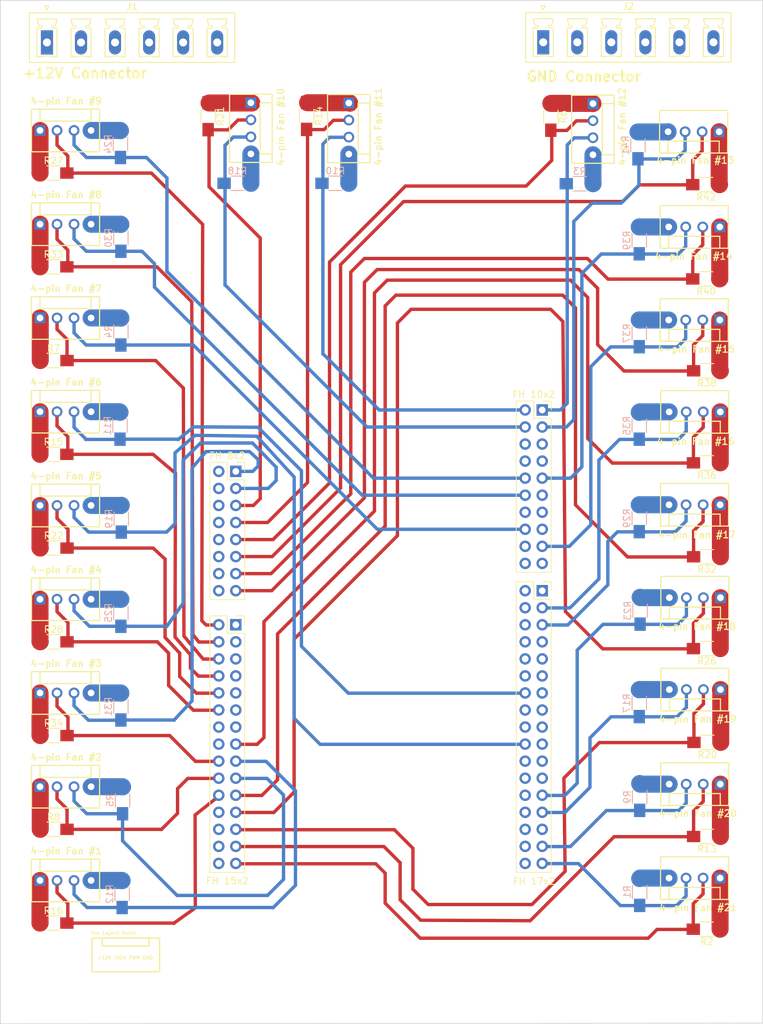
<source format=kicad_pcb>
(kicad_pcb (version 20221018) (generator pcbnew)
  (title_block (title "Fan Control Shield for Nucleo f4x9zi - 2.54mm pitch (KK 254)") (date "2018-01-29") (rev "1.0.0") (company "Chris Dougherty") (comment 1 "Author:"))
  (layers (0 "F.Cu" signal) (1 "In1.Cu" power "Power.plane.Cu") (2 "In2.Cu" power "Ground.plane.Cu") (31 "B.Cu" signal) (34 "B.Paste" user) (35 "F.Paste" user) (36 "B.SilkS" user "B.Silkscreen") (37 "F.SilkS" user "F.Silkscreen") (38 "B.Mask" user) (39 "F.Mask" user) (44 "Edge.Cuts" user))
  (net 0 "")
  (net 1 "GND")
  (net 2 "PWM1")
  (net 3 "TACH1")
  (net 4 "+12V")
  (net 5 "PWM10")
  (net 6 "TACH10")
  (net 7 "PWM15")
  (net 8 "TACH15")
  (net 9 "PWM20")
  (net 10 "TACH20")
  (net 11 "PWM2")
  (net 12 "TACH2")
  (net 13 "PWM11")
  (net 14 "TACH11")
  (net 15 "PWM16")
  (net 16 "TACH16")
  (net 17 "PWM21")
  (net 18 "TACH21")
  (net 19 "PWM3")
  (net 20 "TACH3")
  (net 21 "PWM12")
  (net 22 "TACH12")
  (net 23 "PWM17")
  (net 24 "TACH17")
  (net 25 "PWM4")
  (net 26 "TACH4")
  (net 27 "PWM13")
  (net 28 "TACH13")
  (net 29 "PWM18")
  (net 30 "TACH18")
  (net 31 "PWM5")
  (net 32 "TACH5")
  (net 33 "PWM14")
  (net 34 "TACH14")
  (net 35 "PWM19")
  (net 36 "TACH19")
  (net 37 "PWM6")
  (net 38 "TACH6")
  (net 39 "PWM7")
  (net 40 "TACH7")
  (net 41 "PWM8")
  (net 42 "TACH8")
  (net 43 "PWM9")
  (net 44 "TACH9")
  (net 45 "Net-(Header8x2_Female1-Pad1)")
  (net 46 "Net-(Header8x2_Female1-Pad3)")
  (net 47 "Net-(Header8x2_Female1-Pad5)")
  (net 48 "Net-(Header8x2_Female1-Pad7)")
  (net 49 "Net-(Header8x2_Female1-Pad9)")
  (net 50 "Net-(Header8x2_Female1-Pad13)")
  (net 51 "Net-(Header8x2_Female1-Pad15)")
  (net 52 "Net-(Header10x2_Female1-Pad5)")
  (net 53 "Net-(Header10x2_Female1-Pad6)")
  (net 54 "Net-(Header10x2_Female1-Pad7)")
  (net 55 "Net-(Header10x2_Female1-Pad12)")
  (net 56 "Net-(Header10x2_Female1-Pad13)")
  (net 57 "Net-(Header10x2_Female1-Pad14)")
  (net 58 "Net-(Header10x2_Female1-Pad16)")
  (net 59 "Net-(Header10x2_Female1-Pad17)")
  (net 60 "Net-(Header10x2_Female1-Pad19)")
  (net 61 "Net-(Header10x2_Female1-Pad20)")
  (net 62 "Net-(Header15x2_Female1-Pad2)")
  (net 63 "Net-(Header15x2_Female1-Pad4)")
  (net 64 "Net-(Header15x2_Female1-Pad6)")
  (net 65 "Net-(Header15x2_Female1-Pad8)")
  (net 66 "Net-(Header15x2_Female1-Pad10)")
  (net 67 "Net-(Header15x2_Female1-Pad12)")
  (net 68 "Net-(Header15x2_Female1-Pad13)")
  (net 69 "Net-(Header15x2_Female1-Pad14)")
  (net 70 "Net-(Header15x2_Female1-Pad15)")
  (net 71 "Net-(Header15x2_Female1-Pad25)")
  (net 72 "Net-(Header15x2_Female1-Pad27)")
  (net 73 "Net-(Header15x2_Female1-Pad29)")
  (net 74 "Net-(Header17x2_Female1-Pad1)")
  (net 75 "Net-(Header17x2_Female1-Pad2)")
  (net 76 "Net-(Header17x2_Female1-Pad3)")
  (net 77 "Net-(Header17x2_Female1-Pad5)")
  (net 78 "Net-(Header17x2_Female1-Pad7)")
  (net 79 "Net-(Header17x2_Female1-Pad8)")
  (net 80 "Net-(Header17x2_Female1-Pad9)")
  (net 81 "Net-(Header17x2_Female1-Pad10)")
  (net 82 "Net-(Header17x2_Female1-Pad11)")
  (net 83 "Net-(Header17x2_Female1-Pad12)")
  (net 84 "Net-(Header17x2_Female1-Pad14)")
  (net 85 "Net-(Header17x2_Female1-Pad15)")
  (net 86 "Net-(Header17x2_Female1-Pad16)")
  (net 87 "Net-(Header17x2_Female1-Pad17)")
  (net 88 "Net-(Header17x2_Female1-Pad18)")
  (net 89 "Net-(Header17x2_Female1-Pad20)")
  (net 90 "Net-(Header17x2_Female1-Pad21)")
  (net 91 "Net-(Header17x2_Female1-Pad23)")
  (net 92 "Net-(Header17x2_Female1-Pad24)")
  (net 93 "Net-(Header17x2_Female1-Pad25)")
  (net 94 "Net-(Header17x2_Female1-Pad27)")
  (net 95 "Net-(Header17x2_Female1-Pad29)")
  (net 96 "Net-(Header17x2_Female1-Pad30)")
  (net 97 "Net-(Header17x2_Female1-Pad31)")
  (net 98 "Net-(Header17x2_Female1-Pad33)")
  (footprint "conn-header:MOLEX-22-23-2041_nucleo" (layer "F.Cu") (at 135.8135 161.7934 180)
    (fp_text reference "4-pin Fan #21")
    (fp_text value "Fan_Connector" hide)
  )
  (footprint "conn-header:MOLEX-22-23-2041_nucleo" (layer "F.Cu") (at 120.6497 50.1985 -90)
    (fp_text reference "4-pin Fan #12")
    (fp_text value "Fan_Connector" hide)
  )
  (footprint "conn-header:MOLEX-22-23-2041_nucleo" (layer "F.Cu") (at 41.9605 78.329)
    (fp_text reference "4-pin Fan #7")
    (fp_text value "Fan_Connector" hide)
  )
  (footprint "conn-header:MOLEX-22-23-2041_nucleo" (layer "F.Cu") (at 41.9605 148.179)
    (fp_text reference "4-pin Fan #2")
    (fp_text value "Fan_Connector" hide)
  )
  (footprint "conn-header:MOLEX-22-23-2041_nucleo" (layer "F.Cu") (at 135.8389 147.798 180)
    (fp_text reference "4-pin Fan #20")
    (fp_text value "Fan_Connector" hide)
  )
  (footprint "conn-header:MOLEX-22-23-2041_nucleo" (layer "F.Cu") (at 84.2261 50.1096 -90)
    (fp_text reference "4-pin Fan #11")
    (fp_text value "Fan_Connector" hide)
  )
  (footprint "conn-header:MOLEX-22-23-2041_nucleo" (layer "F.Cu") (at 41.9605 92.299)
    (fp_text reference "4-pin Fan #6")
    (fp_text value "Fan_Connector" hide)
  )
  (footprint "conn-header:MOLEX-22-23-2041_nucleo" (layer "F.Cu") (at 41.9605 162.149)
    (fp_text reference "4-pin Fan #1")
    (fp_text value "Fan_Connector" hide)
  )
  (footprint "conn-header:MOLEX-22-23-2041_nucleo" (layer "F.Cu") (at 135.8643 133.701 180)
    (fp_text reference "4-pin Fan #19")
    (fp_text value "Fan_Connector" hide)
  )
  (footprint "conn-header:MOLEX-22-23-2041_nucleo" (layer "F.Cu") (at 69.6084 50.0715 -90)
    (fp_text reference "4-pin Fan #10")
    (fp_text value "Fan_Connector" hide)
  )
  (footprint "conn-header:MOLEX-22-23-2041_nucleo" (layer "F.Cu") (at 41.9605 106.269)
    (fp_text reference "4-pin Fan #5")
    (fp_text value "Fan_Connector" hide)
  )
  (footprint "conn-header:MOLEX-22-23-2041_nucleo" (layer "F.Cu") (at 135.8643 120.0104 180)
    (fp_text reference "4-pin Fan #18")
    (fp_text value "Fan_Connector" hide)
  )
  (footprint "conn-header:MOLEX-22-23-2041_nucleo" (layer "F.Cu") (at 41.9605 50.389)
    (fp_text reference "4-pin Fan #9 ")
    (fp_text value "Fan_Connector" hide)
  )
  (footprint "conn-header:MOLEX-22-23-2041_nucleo" (layer "F.Cu") (at 41.9605 120.239)
    (fp_text reference "4-pin Fan #4")
    (fp_text value "Fan_Connector" hide)
  )
  (footprint "conn-header:MOLEX-22-23-2041_nucleo" (layer "F.Cu") (at 135.8135 106.1674 180)
    (fp_text reference "4-pin Fan #17")
    (fp_text value "Fan_Connector" hide)
  )
  (footprint "conn-header:MOLEX-22-23-2041_nucleo" (layer "F.Cu") (at 41.9605 64.359)
    (fp_text reference "4-pin Fan #8")
    (fp_text value "Fan_Connector" hide)
  )
  (footprint "conn-header:MOLEX-22-23-2041_nucleo" (layer "F.Cu") (at 41.9605 134.209)
    (fp_text reference "4-pin Fan #3")
    (fp_text value "Fan_Connector" hide)
  )
  (footprint "conn-header:MOLEX-22-23-2041_nucleo" (layer "F.Cu") (at 135.8389 92.3244 180)
    (fp_text reference "4-pin Fan #16")
    (fp_text value "Fan_Connector" hide)
  )
  (footprint "conn-header:MOLEX-22-23-2041_nucleo" (layer "F.Cu") (at 135.7627 78.6338 180)
    (fp_text reference "4-pin Fan #15")
    (fp_text value "Fan_Connector" hide)
  )
  (footprint "conn-header:MOLEX-22-23-2041_nucleo" (layer "F.Cu") (at 135.7627 64.7654 180)
    (fp_text reference "4-pin Fan #14")
    (fp_text value "Fan_Connector" hide)
  )
  (footprint "conn-header:MOLEX-22-23-2041_nucleo" (layer "F.Cu") (at 135.6738 50.5795 180)
    (fp_text reference "4-pin Fan #13")
    (fp_text value "Fan_Connector" hide)
  )
  (footprint "Socket_Strips:Socket_Strip_Straight_2x08_Pitch2.54mm" (layer "F.Cu") (at 67.3605 101.189)
    (fp_text reference "FH 8x2")
    (fp_text value "NucleoZioCN8")
  )
  (footprint "Socket_Strips:Socket_Strip_Straight_2x10_Pitch2.54mm" (layer "F.Cu") (at 113.0805 92.03992)
    (fp_text reference "FH 10x2")
    (fp_text value "NucleoZioCN7")
  )
  (footprint "Socket_Strips:Socket_Strip_Straight_2x15_Pitch2.54mm" (layer "F.Cu") (at 67.3605 124.049)
    (fp_text reference "FH 15x2")
    (fp_text value "NucleoZioCN9")
  )
  (footprint "Socket_Strips:Socket_Strip_Straight_2x17_Pitch2.54mm" (layer "F.Cu") (at 113.0805 118.969)
    (fp_text reference "FH 17x2")
    (fp_text value "NucleoZioCN10")
  )
  (footprint "Resistors_SMD:R_1206_HandSoldering" (layer "F.Cu") (at 137.6169 169.4134 180)
    (fp_text reference "R2")
    (fp_text value "4.7K")
  )
  (footprint "Resistors_SMD:R_1206_HandSoldering" (layer "F.Cu") (at 114.3632 48.357 -90)
    (fp_text reference "R6")
    (fp_text value "4.7K")
  )
  (footprint "Resistors_SMD:R_1206_HandSoldering" (layer "F.Cu") (at 40.1825 84.679)
    (fp_text reference "R7")
    (fp_text value "4.7K")
  )
  (footprint "Resistors_SMD:R_1206_HandSoldering" (layer "F.Cu") (at 40.1825 154.529)
    (fp_text reference "R8")
    (fp_text value "4.7K")
  )
  (footprint "Resistors_SMD:R_1206_HandSoldering" (layer "F.Cu") (at 137.6677 155.5958 180)
    (fp_text reference "R13")
    (fp_text value "4.7K")
  )
  (footprint "Resistors_SMD:R_1206_HandSoldering" (layer "F.Cu") (at 77.9269 48.23 -90)
    (fp_text reference "R14")
    (fp_text value "4.7K")
  )
  (footprint "Resistors_SMD:R_1206_HandSoldering" (layer "F.Cu") (at 40.1571 98.649)
    (fp_text reference "R15")
    (fp_text value "4.7K")
  )
  (footprint "Resistors_SMD:R_1206_HandSoldering" (layer "F.Cu") (at 40.1571 168.499)
    (fp_text reference "R16")
    (fp_text value "4.7K")
  )
  (footprint "Resistors_SMD:R_1206_HandSoldering" (layer "F.Cu") (at 137.7185 141.575 180)
    (fp_text reference "R20")
    (fp_text value "4.7K")
  )
  (footprint "Resistors_SMD:R_1206_HandSoldering" (layer "F.Cu") (at 63.233 48.2681 -90)
    (fp_text reference "R21")
    (fp_text value "4.7K")
  )
  (footprint "Resistors_SMD:R_1206_HandSoldering" (layer "F.Cu") (at 40.1825 112.619)
    (fp_text reference "R22")
    (fp_text value "4.7K")
  )
  (footprint "Resistors_SMD:R_1206_HandSoldering" (layer "F.Cu") (at 137.6423 127.605 180)
    (fp_text reference "R26")
    (fp_text value "4.7K")
  )
  (footprint "Resistors_SMD:R_1206_HandSoldering" (layer "F.Cu") (at 40.1571 56.739)
    (fp_text reference "R27")
    (fp_text value "4.7K")
  )
  (footprint "Resistors_SMD:R_1206_HandSoldering" (layer "F.Cu") (at 40.1825 126.589)
    (fp_text reference "R28")
    (fp_text value "4.7K")
  )
  (footprint "Resistors_SMD:R_1206_HandSoldering" (layer "F.Cu") (at 137.6677 113.9144 180)
    (fp_text reference "R32")
    (fp_text value "4.7K")
  )
  (footprint "Resistors_SMD:R_1206_HandSoldering" (layer "F.Cu") (at 40.1571 70.709)
    (fp_text reference "R33")
    (fp_text value "4.7K")
  )
  (footprint "Resistors_SMD:R_1206_HandSoldering" (layer "F.Cu") (at 40.1825 140.559)
    (fp_text reference "R34")
    (fp_text value "4.7K")
  )
  (footprint "Resistors_SMD:R_1206_HandSoldering" (layer "F.Cu") (at 137.6423 99.919 180)
    (fp_text reference "R36")
    (fp_text value "4.7K")
  )
  (footprint "Resistors_SMD:R_1206_HandSoldering" (layer "F.Cu") (at 137.6677 86.203 180)
    (fp_text reference "R38")
    (fp_text value "4.7K")
  )
  (footprint "Resistors_SMD:R_1206_HandSoldering" (layer "F.Cu") (at 137.5407 72.5124 180)
    (fp_text reference "R40")
    (fp_text value "4.7K")
  )
  (footprint "Resistors_SMD:R_1206_HandSoldering" (layer "F.Cu") (at 137.5407 58.4662 180)
    (fp_text reference "R42")
    (fp_text value "4.7K")
  )
  (footprint "Connectors_Phoenix:PhoenixContact_MCV-G_06x5.08mm_Vertical" (layer "F.Cu") (at 39.186 37.276)
    (fp_text reference "J1")
    (fp_text value "CONN_01X06")
  )
  (footprint "Connectors_Phoenix:PhoenixContact_MCV-G_06x5.08mm_Vertical" (layer "F.Cu") (at 113.23 37.25)
    (fp_text reference "J2")
    (fp_text value "CONN_01X06")
  )
  (footprint "Resistors_SMD:R_1206_HandSoldering" (layer "B.Cu") (at 127.622 163.8635 -90)
    (fp_text reference "R1")
    (fp_text value "4.7K")
  )
  (footprint "Resistors_SMD:R_1206_HandSoldering" (layer "B.Cu") (at 118.6685 58.3265 180)
    (fp_text reference "R3")
    (fp_text value "4.7K")
  )
  (footprint "Resistors_SMD:R_1206_HandSoldering" (layer "B.Cu") (at 50.2155 80.361 -90)
    (fp_text reference "R4")
    (fp_text value "4.7K")
  )
  (footprint "Resistors_SMD:R_1206_HandSoldering" (layer "B.Cu") (at 50.4695 150.211 -90)
    (fp_text reference "R5")
    (fp_text value "4.7K")
  )
  (footprint "Resistors_SMD:R_1206_HandSoldering" (layer "B.Cu") (at 127.622 149.703 -90)
    (fp_text reference "R9")
    (fp_text value "4.7K")
  )
  (footprint "Resistors_SMD:R_1206_HandSoldering" (layer "B.Cu") (at 82.2195 58.263 180)
    (fp_text reference "R10")
    (fp_text value "4.7K")
  )
  (footprint "Resistors_SMD:R_1206_HandSoldering" (layer "B.Cu") (at 50.0885 94.3945 -90)
    (fp_text reference "R11")
    (fp_text value "4.7K")
  )
  (footprint "Resistors_SMD:R_1206_HandSoldering" (layer "B.Cu") (at 50.406 164.181 -90)
    (fp_text reference "R12")
    (fp_text value "4.7K")
  )
  (footprint "Resistors_SMD:R_1206_HandSoldering" (layer "B.Cu") (at 127.5585 135.733 -90)
    (fp_text reference "R17")
    (fp_text value "4.7K")
  )
  (footprint "Resistors_SMD:R_1206_HandSoldering" (layer "B.Cu") (at 67.6145 58.263 180)
    (fp_text reference "R18")
    (fp_text value "4.7K")
  )
  (footprint "Resistors_SMD:R_1206_HandSoldering" (layer "B.Cu") (at 50.279 108.2375 -90)
    (fp_text reference "R19")
    (fp_text value "4.7K")
  )
  (footprint "Resistors_SMD:R_1206_HandSoldering" (layer "B.Cu") (at 127.6855 121.9535 -90)
    (fp_text reference "R23")
    (fp_text value "4.7K")
  )
  (footprint "Resistors_SMD:R_1206_HandSoldering" (layer "B.Cu") (at 50.152 52.421 -90)
    (fp_text reference "R24")
    (fp_text value "4.7K")
  )
  (footprint "Resistors_SMD:R_1206_HandSoldering" (layer "B.Cu") (at 50.2155 122.271 -90)
    (fp_text reference "R25")
    (fp_text value "4.7K")
  )
  (footprint "Resistors_SMD:R_1206_HandSoldering" (layer "B.Cu") (at 127.5585 108.174 -90)
    (fp_text reference "R29")
    (fp_text value "4.7K")
  )
  (footprint "Resistors_SMD:R_1206_HandSoldering" (layer "B.Cu") (at 50.2155 66.391 -90)
    (fp_text reference "R30")
    (fp_text value "4.7K")
  )
  (footprint "Resistors_SMD:R_1206_HandSoldering" (layer "B.Cu") (at 50.2155 136.241 -90)
    (fp_text reference "R31")
    (fp_text value "4.7K")
  )
  (footprint "Resistors_SMD:R_1206_HandSoldering" (layer "B.Cu") (at 127.5585 94.3945 -90)
    (fp_text reference "R35")
    (fp_text value "4.7K")
  )
  (footprint "Resistors_SMD:R_1206_HandSoldering" (layer "B.Cu") (at 127.5585 80.615 -90)
    (fp_text reference "R37")
    (fp_text value "4.7K")
  )
  (footprint "Resistors_SMD:R_1206_HandSoldering" (layer "B.Cu") (at 127.5585 66.772 -90)
    (fp_text reference "R39")
    (fp_text value "4.7K")
  )
  (footprint "Resistors_SMD:R_1206_HandSoldering" (layer "B.Cu") (at 127.368 52.6115 -90)
    (fp_text reference "R41")
    (fp_text value "4.7K")
  )
  (gr_line (start 45.9005 170.733) (end 55.997 170.733) (stroke (width 0.2)) (layer "F.SilkS"))
  (gr_line (start 55.997 170.733) (end 55.997 175.7495) (stroke (width 0.2)) (layer "F.SilkS"))
  (gr_line (start 45.9005 175.7495) (end 55.997 175.7495) (stroke (width 0.2)) (layer "F.SilkS"))
  (gr_line (start 54.4095 171.9395) (end 54.4095 170.733) (stroke (width 0.2)) (layer "F.SilkS"))
  (gr_line (start 47.4245 171.9395) (end 54.4095 171.9395) (stroke (width 0.2)) (layer "F.SilkS"))
  (gr_line (start 47.4245 170.733) (end 47.4245 171.9395) (stroke (width 0.2)) (layer "F.SilkS"))
  (gr_line (start 45.9005 170.733) (end 45.9005 175.7495) (stroke (width 0.2)) (layer "F.SilkS"))
  (gr_line (start 32.23 31) (end 145.98 31) (stroke (width 0.1)) (layer "Edge.Cuts"))
  (gr_line (start 32.23 183.5) (end 145.98 183.4) (stroke (width 0.1)) (layer "Edge.Cuts"))
  (gr_line (start 145.98 183.4) (end 145.98 31) (stroke (width 0.1)) (layer "Edge.Cuts"))
  (gr_line (start 32.23 31) (end 32.23 183.5) (stroke (width 0.1)) (layer "Edge.Cuts"))
  (gr_text "Fan Layout Guide" (at 49.0755 169.971) (layer "F.SilkS") (effects (font (size 0.508 0.508) (thickness 0.1016) italic)))
  (gr_text "+12V Connector" (at 44.8375 41.848) (layer "F.SilkS") (effects (font (size 1.5 1.5) (thickness 0.3))))
  (gr_text "GND Connector" (at 119.2845 42.348) (layer "F.SilkS") (effects (font (size 1.5 1.5) (thickness 0.3))))
  (gr_text "+12V TACH PWM GND" (at 50.8535 173.654) (layer "F.SilkS") (effects (font (size 0.508 0.508) (thickness 0.1016))))
  (segment (start 50.1835 134.209) (end 50.2155 134.241) (width 2.54) (layer "B.Cu") (net 1))
  (segment (start 50.4375 148.179) (end 50.4695 148.211) (width 2.54) (layer "B.Cu") (net 1))
  (segment (start 50.374 162.149) (end 50.406 162.181) (width 2.54) (layer "B.Cu") (net 1))
  (segment (start 50.1835 120.239) (end 50.2155 120.271) (width 2.54) (layer "B.Cu") (net 1))
  (segment (start 50.2475 106.269) (end 50.279 106.2375) (width 2.54) (layer "B.Cu") (net 1))
  (segment (start 49.993 92.299) (end 50.0885 92.3945) (width 2.54) (layer "B.Cu") (net 1))
  (segment (start 50.1835 78.329) (end 50.2155 78.361) (width 2.54) (layer "B.Cu") (net 1))
  (segment (start 50.1835 64.359) (end 50.2155 64.391) (width 2.54) (layer "B.Cu") (net 1))
  (segment (start 50.12 50.389) (end 50.152 50.421) (width 2.54) (layer "B.Cu") (net 1))
  (segment (start 131.8318 50.6115) (end 131.8638 50.5795) (width 2.54) (layer "B.Cu") (net 1))
  (segment (start 127.5651 64.7654) (end 127.5585 64.772) (width 2.54) (layer "B.Cu") (net 1))
  (segment (start 127.5773 78.6338) (end 127.5585 78.615) (width 2.54) (layer "B.Cu") (net 1))
  (segment (start 127.6286 92.3244) (end 127.5585 92.3945) (width 2.54) (layer "B.Cu") (net 1))
  (segment (start 127.5651 106.1674) (end 127.5585 106.174) (width 2.54) (layer "B.Cu") (net 1))
  (segment (start 127.7424 120.0104) (end 127.6855 119.9535) (width 2.54) (layer "B.Cu") (net 1))
  (segment (start 127.5905 133.701) (end 127.5585 133.733) (width 2.54) (layer "B.Cu") (net 1))
  (segment (start 127.717 147.798) (end 127.622 147.703) (width 2.54) (layer "B.Cu") (net 1))
  (segment (start 127.6921 161.7934) (end 127.622 161.8635) (width 2.54) (layer "B.Cu") (net 1))
  (segment (start 69.6084 58.2569) (end 69.6145 58.263) (width 2.54) (layer "B.Cu") (net 1))
  (segment (start 84.2261 58.2564) (end 84.2195 58.263) (width 2.54) (layer "B.Cu") (net 1))
  (segment (start 120.6497 58.3077) (end 120.6685 58.3265) (width 2.54) (layer "B.Cu") (net 1))
  (segment (start 132.0289 92.3244) (end 127.6286 92.3244) (width 2.54) (layer "B.Cu") (net 1))
  (segment (start 132.0035 106.1674) (end 127.5651 106.1674) (width 2.54) (layer "B.Cu") (net 1))
  (segment (start 45.7705 50.389) (end 50.12 50.389) (width 2.54) (layer "B.Cu") (net 1))
  (segment (start 45.7705 134.209) (end 50.1835 134.209) (width 2.54) (layer "B.Cu") (net 1))
  (segment (start 132.0289 147.798) (end 127.717 147.798) (width 2.54) (layer "B.Cu") (net 1))
  (segment (start 132.0035 161.7934) (end 127.6921 161.7934) (width 2.54) (layer "B.Cu") (net 1))
  (segment (start 131.9527 78.6338) (end 127.5773 78.6338) (width 2.54) (layer "B.Cu") (net 1))
  (segment (start 127.368 50.6115) (end 131.8318 50.6115) (width 2.54) (layer "B.Cu") (net 1))
  (segment (start 132.0543 120.0104) (end 127.7424 120.0104) (width 2.54) (layer "B.Cu") (net 1))
  (segment (start 84.2261 53.9196) (end 84.2261 58.2564) (width 2.54) (layer "B.Cu") (net 1))
  (segment (start 45.7705 106.269) (end 50.2475 106.269) (width 2.54) (layer "B.Cu") (net 1))
  (segment (start 45.7705 64.359) (end 50.1835 64.359) (width 2.54) (layer "B.Cu") (net 1))
  (segment (start 45.7705 148.179) (end 50.4375 148.179) (width 2.54) (layer "B.Cu") (net 1))
  (segment (start 131.9527 64.7654) (end 127.5651 64.7654) (width 2.54) (layer "B.Cu") (net 1))
  (segment (start 45.7705 120.239) (end 50.1835 120.239) (width 2.54) (layer "B.Cu") (net 1))
  (segment (start 69.6084 53.8815) (end 69.6084 58.2569) (width 2.54) (layer "B.Cu") (net 1))
  (segment (start 45.7705 92.299) (end 49.993 92.299) (width 2.54) (layer "B.Cu") (net 1))
  (segment (start 45.7705 78.329) (end 50.1835 78.329) (width 2.54) (layer "B.Cu") (net 1))
  (segment (start 132.0543 133.701) (end 127.5905 133.701) (width 2.54) (layer "B.Cu") (net 1))
  (segment (start 120.6497 54.0085) (end 120.6497 58.3077) (width 2.54) (layer "B.Cu") (net 1))
  (segment (start 45.7705 162.149) (end 50.374 162.149) (width 2.54) (layer "B.Cu") (net 1))
  (segment (start 124.7455 165.8935) (end 118.491 159.639) (width 0.5) (layer "B.Cu") (net 2))
  (segment (start 118.491 159.639) (end 113.2205 159.639) (width 0.5) (layer "B.Cu") (net 2))
  (segment (start 134.5435 164.478) (end 133.128 165.8935) (width 0.5) (layer "B.Cu") (net 2))
  (segment (start 133.128 165.8935) (end 127.762 165.8935) (width 0.5) (layer "B.Cu") (net 2))
  (segment (start 127.762 165.8935) (end 124.7455 165.8935) (width 0.5) (layer "B.Cu") (net 2))
  (segment (start 134.5435 161.7934) (end 134.5435 164.478) (width 0.5) (layer "B.Cu") (net 2))
  (segment (start 89.6493 165.5318) (end 89.6493 161.0614) (width 0.5) (layer "F.Cu") (net 3))
  (segment (start 89.6493 161.0614) (end 88.2523 159.6644) (width 0.5) (layer "F.Cu") (net 3))
  (segment (start 135.7757 169.4246) (end 135.7569 169.4434) (width 0.5) (layer "F.Cu") (net 3))
  (segment (start 130.2131 169.4434) (end 128.905 170.7515) (width 0.5) (layer "F.Cu") (net 3))
  (segment (start 128.905 170.7515) (end 94.869 170.7515) (width 0.5) (layer "F.Cu") (net 3))
  (segment (start 94.869 170.7515) (end 89.6493 165.5318) (width 0.5) (layer "F.Cu") (net 3))
  (segment (start 67.5259 159.6644) (end 67.5005 159.639) (width 0.5) (layer "F.Cu") (net 3))
  (segment (start 137.0835 164.1465) (end 135.6169 165.6131) (width 0.5) (layer "F.Cu") (net 3))
  (segment (start 135.6169 165.6131) (end 135.6169 169.4134) (width 0.5) (layer "F.Cu") (net 3))
  (segment (start 137.0835 161.7934) (end 137.0835 164.1465) (width 0.5) (layer "F.Cu") (net 3))
  (segment (start 67.5259 159.6644) (end 88.2523 159.6644) (width 0.5) (layer "F.Cu") (net 3))
  (segment (start 130.2131 169.4434) (end 135.7569 169.4434) (width 0.5) (layer "F.Cu") (net 3))
  (segment (start 69.7418 46.2981) (end 69.7484 46.2915) (width 2.54) (layer "F.Cu") (net 4))
  (segment (start 84.2965 46.26) (end 84.3661 46.3296) (width 2.54) (layer "F.Cu") (net 4))
  (segment (start 38.1505 168.4924) (end 38.1571 168.499) (width 2.54) (layer "F.Cu") (net 4))
  (segment (start 38.1505 140.527) (end 38.1825 140.559) (width 2.54) (layer "F.Cu") (net 4))
  (segment (start 38.1505 126.557) (end 38.1825 126.589) (width 2.54) (layer "F.Cu") (net 4))
  (segment (start 38.1505 112.587) (end 38.1825 112.619) (width 2.54) (layer "F.Cu") (net 4))
  (segment (start 38.1505 98.6424) (end 38.1571 98.649) (width 2.54) (layer "F.Cu") (net 4))
  (segment (start 38.1505 70.7024) (end 38.1571 70.709) (width 2.54) (layer "F.Cu") (net 4))
  (segment (start 38.1505 56.7324) (end 38.1571 56.739) (width 2.54) (layer "F.Cu") (net 4))
  (segment (start 139.4838 58.4093) (end 139.5407 58.4662) (width 2.54) (layer "F.Cu") (net 4))
  (segment (start 139.5727 72.4804) (end 139.5407 72.5124) (width 2.54) (layer "F.Cu") (net 4))
  (segment (start 139.5727 86.108) (end 139.6677 86.203) (width 2.54) (layer "F.Cu") (net 4))
  (segment (start 139.6423 92.331) (end 139.6489 92.3244) (width 2.54) (layer "F.Cu") (net 4))
  (segment (start 139.6677 106.2116) (end 139.6235 106.1674) (width 2.54) (layer "F.Cu") (net 4))
  (segment (start 139.6423 120.0424) (end 139.6743 120.0104) (width 2.54) (layer "F.Cu") (net 4))
  (segment (start 139.7185 133.7452) (end 139.6743 133.701) (width 2.54) (layer "F.Cu") (net 4))
  (segment (start 139.6677 147.8168) (end 139.6489 147.798) (width 2.54) (layer "F.Cu") (net 4))
  (segment (start 139.6169 161.8) (end 139.6235 161.7934) (width 2.54) (layer "F.Cu") (net 4))
  (segment (start 38.1825 78.361) (end 38.1505 78.329) (width 2.54) (layer "F.Cu") (net 4))
  (segment (start 38.1825 148.211) (end 38.1505 148.179) (width 2.54) (layer "F.Cu") (net 4))
  (segment (start 120.6182 46.357) (end 120.6497 46.3885) (width 2.54) (layer "F.Cu") (net 4))
  (segment (start 139.6677 155.5958) (end 139.6677 147.8168) (width 2.54) (layer "F.Cu") (net 4))
  (segment (start 139.6677 113.9144) (end 139.6677 106.2116) (width 2.54) (layer "F.Cu") (net 4))
  (segment (start 38.1505 50.389) (end 38.1505 56.7324) (width 2.54) (layer "F.Cu") (net 4))
  (segment (start 38.1505 120.239) (end 38.1505 126.557) (width 2.54) (layer "F.Cu") (net 4))
  (segment (start 38.1505 92.299) (end 38.1505 98.6424) (width 2.54) (layer "F.Cu") (net 4))
  (segment (start 38.1505 134.209) (end 38.1505 140.527) (width 2.54) (layer "F.Cu") (net 4))
  (segment (start 63.373 46.2981) (end 69.7418 46.2981) (width 2.54) (layer "F.Cu") (net 4))
  (segment (start 139.7185 141.575) (end 139.7185 133.7452) (width 2.54) (layer "F.Cu") (net 4))
  (segment (start 38.1505 162.149) (end 38.1505 168.4924) (width 2.54) (layer "F.Cu") (net 4))
  (segment (start 38.1825 154.529) (end 38.1825 148.211) (width 2.54) (layer "F.Cu") (net 4))
  (segment (start 139.6169 169.4134) (end 139.6169 161.8) (width 2.54) (layer "F.Cu") (net 4))
  (segment (start 139.4838 50.5795) (end 139.4838 58.4093) (width 2.54) (layer "F.Cu") (net 4))
  (segment (start 139.5727 78.6338) (end 139.5727 86.108) (width 2.54) (layer "F.Cu") (net 4))
  (segment (start 78.0669 46.26) (end 84.2965 46.26) (width 2.54) (layer "F.Cu") (net 4))
  (segment (start 139.6423 127.605) (end 139.6423 120.0424) (width 2.54) (layer "F.Cu") (net 4))
  (segment (start 38.1825 84.679) (end 38.1825 78.361) (width 2.54) (layer "F.Cu") (net 4))
  (segment (start 139.5727 64.7654) (end 139.5727 72.4804) (width 2.54) (layer "F.Cu") (net 4))
  (segment (start 38.1505 106.269) (end 38.1505 112.587) (width 2.54) (layer "F.Cu") (net 4))
  (segment (start 114.3632 46.357) (end 120.6182 46.357) (width 2.54) (layer "F.Cu") (net 4))
  (segment (start 139.6423 99.919) (end 139.6423 92.331) (width 2.54) (layer "F.Cu") (net 4))
  (segment (start 38.1505 64.359) (end 38.1505 70.7024) (width 2.54) (layer "F.Cu") (net 4))
  (segment (start 116.8085 52.546) (end 117.856 51.4985) (width 0.5) (layer "B.Cu") (net 5))
  (segment (start 117.856 51.4985) (end 120.7897 51.4985) (width 0.5) (layer "B.Cu") (net 5))
  (segment (start 115.80008 92.03992) (end 116.8085 91.0315) (width 0.5) (layer "B.Cu") (net 5))
  (segment (start 116.8085 91.0315) (end 116.8085 88.741) (width 0.5) (layer "B.Cu") (net 5))
  (segment (start 116.8085 88.741) (end 116.8085 58.3565) (width 0.5) (layer "B.Cu") (net 5))
  (segment (start 113.0805 92.03992) (end 115.80008 92.03992) (width 0.5) (layer "B.Cu") (net 5))
  (segment (start 116.8085 58.3565) (end 116.8085 52.546) (width 0.5) (layer "B.Cu") (net 5))
  (segment (start 114.5098 50.3936) (end 114.5032 50.387) (width 0.5) (layer "F.Cu") (net 6))
  (segment (start 81.3435 70.0024) (end 81.3435 102.9265) (width 0.5) (layer "F.Cu") (net 6))
  (segment (start 110.6805 58.674) (end 92.6719 58.674) (width 0.5) (layer "F.Cu") (net 6))
  (segment (start 92.6719 58.674) (end 81.3435 70.0024) (width 0.5) (layer "F.Cu") (net 6))
  (segment (start 114.5032 54.8513) (end 110.6805 58.674) (width 0.5) (layer "F.Cu") (net 6))
  (segment (start 118.1735 48.9585) (end 116.745 50.387) (width 0.5) (layer "F.Cu") (net 6))
  (segment (start 116.745 50.387) (end 114.5032 50.387) (width 0.5) (layer "F.Cu") (net 6))
  (segment (start 72.921 111.349) (end 81.3435 102.9265) (width 0.5) (layer "F.Cu") (net 6))
  (segment (start 81.3435 102.9265) (end 81.3435 102.9462) (width 0.5) (layer "F.Cu") (net 6))
  (segment (start 120.7897 48.9585) (end 118.1735 48.9585) (width 0.5) (layer "F.Cu") (net 6))
  (segment (start 67.3605 111.349) (end 72.921 111.349) (width 0.5) (layer "F.Cu") (net 6))
  (segment (start 114.5032 54.8513) (end 114.5032 50.387) (width 0.5) (layer "F.Cu") (net 6))
  (segment (start 88.47992 109.81992) (end 61.051 82.391) (width 0.5) (layer "B.Cu") (net 7))
  (segment (start 61.051 82.391) (end 61.055 82.391) (width 0.5) (layer "B.Cu") (net 7))
  (segment (start 43.2305 80.5605) (end 45.031 82.361) (width 0.5) (layer "B.Cu") (net 7))
  (segment (start 45.031 82.361) (end 50.2155 82.361) (width 0.5) (layer "B.Cu") (net 7))
  (segment (start 61.021 82.361) (end 61.051 82.391) (width 0.5) (layer "B.Cu") (net 7))
  (segment (start 110.5405 109.81992) (end 88.47992 109.81992) (width 0.5) (layer "B.Cu") (net 7))
  (segment (start 43.2305 78.329) (end 43.2305 80.5605) (width 0.5) (layer "B.Cu") (net 7))
  (segment (start 50.2155 82.361) (end 61.021 82.361) (width 0.5) (layer "B.Cu") (net 7))
  (segment (start 42.3545 84.677) (end 42.3225 84.709) (width 0.5) (layer "F.Cu") (net 8))
  (segment (start 55.4355 84.709) (end 59.5376 88.7857) (width 0.5) (layer "F.Cu") (net 8))
  (segment (start 59.5376 88.7857) (end 59.6265 125.729847) (width 0.5) (layer "F.Cu") (net 8))
  (segment (start 59.6265 125.73) (end 62.484 129.159) (width 0.5) (layer "F.Cu") (net 8))
  (segment (start 62.484 129.159) (end 64.9605 129.159) (width 0.5) (layer "F.Cu") (net 8))
  (segment (start 40.6905 80.0205) (end 42.1825 81.5125) (width 0.5) (layer "F.Cu") (net 8))
  (segment (start 42.1825 81.5125) (end 42.1825 84.679) (width 0.5) (layer "F.Cu") (net 8))
  (segment (start 55.4055 84.679) (end 55.4355 84.709) (width 0.5) (layer "F.Cu") (net 8))
  (segment (start 59.6265 125.729847) (end 59.6265 125.73) (width 0.5) (layer "F.Cu") (net 8))
  (segment (start 42.1825 84.679) (end 55.4055 84.679) (width 0.5) (layer "F.Cu") (net 8))
  (segment (start 40.6905 78.329) (end 40.6905 80.0205) (width 0.5) (layer "F.Cu") (net 8))
  (segment (start 72.211 103.729) (end 73.38 102.56) (width 0.5) (layer "B.Cu") (net 9))
  (segment (start 73.38 102.56) (end 73.38 100.567831) (width 0.5) (layer "B.Cu") (net 9))
  (segment (start 73.38 100.567831) (end 73.395363 100.583513) (width 0.5) (layer "B.Cu") (net 9))
  (segment (start 43.2305 121.9805) (end 45.521 124.271) (width 0.5) (layer "B.Cu") (net 9))
  (segment (start 45.521 124.271) (end 50.2155 124.271) (width 0.5) (layer "B.Cu") (net 9))
  (segment (start 57.076192 124.271) (end 57.055 124.292192) (width 0.5) (layer "B.Cu") (net 9))
  (segment (start 57.055 124.292192) (end 57.055 124.301) (width 0.5) (layer "B.Cu") (net 9))
  (segment (start 62.103 96.9645) (end 69.85 96.9645) (width 0.5) (layer "B.Cu") (net 9))
  (segment (start 59.4995 99.5045) (end 62.103 96.9645) (width 0.5) (layer "B.Cu") (net 9))
  (segment (start 50.2155 124.271) (end 57.076192 124.271) (width 0.5) (layer "B.Cu") (net 9))
  (segment (start 59.4995 120.8405) (end 59.4995 99.5045) (width 0.5) (layer "B.Cu") (net 9))
  (segment (start 69.85 96.9645) (end 73.38 100.567831) (width 0.5) (layer "B.Cu") (net 9))
  (segment (start 43.2305 120.239) (end 43.2305 121.9805) (width 0.5) (layer "B.Cu") (net 9))
  (segment (start 57.055 124.301) (end 59.4995 120.8405) (width 0.5) (layer "B.Cu") (net 9))
  (segment (start 67.3605 103.729) (end 72.211 103.729) (width 0.5) (layer "B.Cu") (net 9))
  (segment (start 56.261 154.559) (end 58.674 152.146) (width 0.5) (layer "F.Cu") (net 10))
  (segment (start 58.674 152.146) (end 58.674 148.463) (width 0.5) (layer "F.Cu") (net 10))
  (segment (start 58.674 148.463) (end 60.198 146.939) (width 0.5) (layer "F.Cu") (net 10))
  (segment (start 60.198 146.939) (end 64.9605 146.939) (width 0.5) (layer "F.Cu") (net 10))
  (segment (start 40.6905 150.0205) (end 42.1825 151.5125) (width 0.5) (layer "F.Cu") (net 10))
  (segment (start 42.1825 151.5125) (end 42.1825 154.529) (width 0.5) (layer "F.Cu") (net 10))
  (segment (start 56.291 154.529) (end 56.261 154.559) (width 0.5) (layer "F.Cu") (net 10))
  (segment (start 40.6905 148.179) (end 40.6905 150.0205) (width 0.5) (layer "F.Cu") (net 10))
  (segment (start 40.8305 148.209) (end 40.7035 148.209) (width 0.25) (layer "F.Cu") (net 10))
  (segment (start 42.1825 154.529) (end 56.291 154.529) (width 0.5) (layer "F.Cu") (net 10))
  (segment (start 122.6505 151.733) (end 117.2845 157.099) (width 0.5) (layer "B.Cu") (net 11))
  (segment (start 117.2845 157.099) (end 113.2205 157.099) (width 0.5) (layer "B.Cu") (net 11))
  (segment (start 134.5689 150.6096) (end 133.4455 151.733) (width 0.5) (layer "B.Cu") (net 11))
  (segment (start 133.4455 151.733) (end 127.762 151.733) (width 0.5) (layer "B.Cu") (net 11))
  (segment (start 134.5689 147.798) (end 134.5689 150.6096) (width 0.5) (layer "B.Cu") (net 11))
  (segment (start 127.762 151.733) (end 122.6505 151.733) (width 0.5) (layer "B.Cu") (net 11))
  (segment (start 111.2901 168.148) (end 94.9325 168.0718) (width 0.5) (layer "F.Cu") (net 12))
  (segment (start 94.9325 168.0718) (end 91.8845 165.0238) (width 0.5) (layer "F.Cu") (net 12))
  (segment (start 91.8845 165.0238) (end 91.8845 159.512) (width 0.5) (layer "F.Cu") (net 12))
  (segment (start 91.8845 159.512) (end 89.4715 157.099) (width 0.5) (layer "F.Cu") (net 12))
  (segment (start 123.8123 155.6258) (end 111.2901 168.148) (width 0.5) (layer "F.Cu") (net 12))
  (segment (start 137.1089 150.3711) (end 135.6677 151.8123) (width 0.5) (layer "F.Cu") (net 12))
  (segment (start 135.6677 151.8123) (end 135.6677 155.5958) (width 0.5) (layer "F.Cu") (net 12))
  (segment (start 137.1089 147.798) (end 137.1089 150.3711) (width 0.5) (layer "F.Cu") (net 12))
  (segment (start 89.4715 157.099) (end 67.5005 157.099) (width 0.5) (layer "F.Cu") (net 12))
  (segment (start 135.8077 155.6258) (end 123.8123 155.6258) (width 0.5) (layer "F.Cu") (net 12))
  (segment (start 80.3595 52.419) (end 81.3689 51.4096) (width 0.5) (layer "B.Cu") (net 13))
  (segment (start 81.3689 51.4096) (end 84.3661 51.4096) (width 0.5) (layer "B.Cu") (net 13))
  (segment (start 88.73992 92.03992) (end 80.3595 83.6595) (width 0.5) (layer "B.Cu") (net 13))
  (segment (start 80.3595 83.6595) (end 80.3595 83.725) (width 0.5) (layer "B.Cu") (net 13))
  (segment (start 80.3595 58.293) (end 80.3595 52.419) (width 0.5) (layer "B.Cu") (net 13))
  (segment (start 110.5405 92.03992) (end 88.73992 92.03992) (width 0.5) (layer "B.Cu") (net 13))
  (segment (start 80.3595 58.293) (end 80.3595 83.6595) (width 0.5) (layer "B.Cu") (net 13))
  (segment (start 78.0735 50.2666) (end 78.0669 50.26) (width 0.5) (layer "F.Cu") (net 14))
  (segment (start 67.564 109.0295) (end 67.5005 109.093) (width 0.5) (layer "F.Cu") (net 14))
  (segment (start 81.9404 48.8696) (end 80.55 50.26) (width 0.5) (layer "F.Cu") (net 14))
  (segment (start 80.55 50.26) (end 78.0669 50.26) (width 0.5) (layer "F.Cu") (net 14))
  (segment (start 72.1025 108.809) (end 78.0669 102.8446) (width 0.5) (layer "F.Cu") (net 14))
  (segment (start 67.3605 108.809) (end 72.1025 108.809) (width 0.5) (layer "F.Cu") (net 14))
  (segment (start 84.3661 48.8696) (end 81.9404 48.8696) (width 0.5) (layer "F.Cu") (net 14))
  (segment (start 78.0669 102.8446) (end 78.0669 50.26) (width 0.5) (layer "F.Cu") (net 14))
  (segment (start 58.7375 96.4565) (end 61.088029 94.558691) (width 0.5) (layer "B.Cu") (net 15))
  (segment (start 61.088029 94.558691) (end 70.67807 94.612531) (width 0.5) (layer "B.Cu") (net 15))
  (segment (start 70.67807 94.612531) (end 77.1525 101.092) (width 0.5) (layer "B.Cu") (net 15))
  (segment (start 77.1525 101.092) (end 77.1525 127.254) (width 0.5) (layer "B.Cu") (net 15))
  (segment (start 77.1525 127.254) (end 84.1375 134.239) (width 0.5) (layer "B.Cu") (net 15))
  (segment (start 84.1375 134.239) (end 110.6805 134.239) (width 0.5) (layer "B.Cu") (net 15))
  (segment (start 43.2305 94.6205) (end 45.0345 96.4245) (width 0.5) (layer "B.Cu") (net 15))
  (segment (start 45.0345 96.4245) (end 44.926 96.4245) (width 0.5) (layer "B.Cu") (net 15))
  (segment (start 58.81429 96.3945) (end 58.75229 96.4565) (width 0.5) (layer "B.Cu") (net 15))
  (segment (start 58.75229 96.4565) (end 58.7375 96.4565) (width 0.5) (layer "B.Cu") (net 15))
  (segment (start 43.2305 92.299) (end 43.2305 94.6205) (width 0.5) (layer "B.Cu") (net 15))
  (segment (start 50.2285 96.4245) (end 45.0345 96.4245) (width 0.5) (layer "B.Cu") (net 15))
  (segment (start 50.0885 96.3945) (end 58.81429 96.3945) (width 0.5) (layer "B.Cu") (net 15))
  (segment (start 42.3291 98.647) (end 42.2971 98.679) (width 0.5) (layer "F.Cu") (net 16))
  (segment (start 55.0545 98.679) (end 58.3565 101.473) (width 0.5) (layer "F.Cu") (net 16))
  (segment (start 58.3565 101.473) (end 58.293 125.857) (width 0.5) (layer "F.Cu") (net 16))
  (segment (start 58.293 125.857) (end 60.5917 128.524) (width 0.5) (layer "F.Cu") (net 16))
  (segment (start 60.5917 130.5052) (end 61.7855 131.699) (width 0.5) (layer "F.Cu") (net 16))
  (segment (start 61.7855 131.699) (end 64.9605 131.699) (width 0.5) (layer "F.Cu") (net 16))
  (segment (start 42.2971 96.0181) (end 42.2971 98.679) (width 0.5) (layer "F.Cu") (net 16))
  (segment (start 40.6905 94.4115) (end 42.2971 96.0181) (width 0.5) (layer "F.Cu") (net 16))
  (segment (start 55.0245 98.649) (end 55.0545 98.679) (width 0.5) (layer "F.Cu") (net 16))
  (segment (start 60.5917 128.524) (end 60.5917 130.5052) (width 0.5) (layer "F.Cu") (net 16))
  (segment (start 42.1571 98.649) (end 55.0245 98.649) (width 0.5) (layer "F.Cu") (net 16))
  (segment (start 40.6905 92.299) (end 40.6905 94.4115) (width 0.5) (layer "F.Cu") (net 16))
  (segment (start 45.3705 138.271) (end 50.3555 138.271) (width 0.5) (layer "B.Cu") (net 17))
  (segment (start 58.1345 138.271) (end 60.833 135.382) (width 0.5) (layer "B.Cu") (net 17))
  (segment (start 60.833 135.382) (end 60.833 100.711) (width 0.5) (layer "B.Cu") (net 17))
  (segment (start 60.833 100.711) (end 62.9285 98.2345) (width 0.5) (layer "B.Cu") (net 17))
  (segment (start 62.9285 98.2345) (end 69.4055 98.2345) (width 0.5) (layer "B.Cu") (net 17))
  (segment (start 69.4055 98.2345) (end 70.7 99.431603) (width 0.5) (layer "B.Cu") (net 17))
  (segment (start 69.891 101.189) (end 70.7 100.38) (width 0.5) (layer "B.Cu") (net 17))
  (segment (start 70.7 100.38) (end 70.7 99.431603) (width 0.5) (layer "B.Cu") (net 17))
  (segment (start 70.7 99.431603) (end 70.70572 99.436893) (width 0.5) (layer "B.Cu") (net 17))
  (segment (start 43.2305 136.131) (end 45.3705 138.271) (width 0.5) (layer "B.Cu") (net 17))
  (segment (start 58.162522 138.241) (end 58.1345 138.269022) (width 0.5) (layer "B.Cu") (net 17))
  (segment (start 58.1345 138.269022) (end 58.1345 138.271) (width 0.5) (layer "B.Cu") (net 17))
  (segment (start 50.2155 138.241) (end 58.162522 138.241) (width 0.5) (layer "B.Cu") (net 17))
  (segment (start 67.3605 101.189) (end 69.891 101.189) (width 0.5) (layer "B.Cu") (net 17))
  (segment (start 43.2305 134.209) (end 43.2305 136.131) (width 0.5) (layer "B.Cu") (net 17))
  (segment (start 58.1025 168.529) (end 61.320187 166.239492) (width 0.5) (layer "F.Cu") (net 18))
  (segment (start 61.320187 166.239492) (end 61.287931 152.396701) (width 0.5) (layer "F.Cu") (net 18))
  (segment (start 42.2971 165.5506) (end 42.2971 168.529) (width 0.5) (layer "F.Cu") (net 18))
  (segment (start 40.6905 163.944) (end 42.2971 165.5506) (width 0.5) (layer "F.Cu") (net 18))
  (segment (start 58.144662 168.499) (end 58.114662 168.529) (width 0.5) (layer "F.Cu") (net 18))
  (segment (start 58.114662 168.529) (end 58.1025 168.529) (width 0.5) (layer "F.Cu") (net 18))
  (segment (start 61.287931 152.396701) (end 64.9605 149.479) (width 0.5) (layer "F.Cu") (net 18))
  (segment (start 42.1571 168.499) (end 58.144662 168.499) (width 0.5) (layer "F.Cu") (net 18))
  (segment (start 40.6905 162.149) (end 40.6905 163.944) (width 0.5) (layer "F.Cu") (net 18))
  (segment (start 123.349 137.763) (end 120.2055 140.9065) (width 0.5) (layer "B.Cu") (net 19))
  (segment (start 120.2055 140.9065) (end 120.2055 148.2725) (width 0.5) (layer "B.Cu") (net 19))
  (segment (start 120.2055 148.2725) (end 116.459 152.019) (width 0.5) (layer "B.Cu") (net 19))
  (segment (start 116.459 152.019) (end 113.2205 152.019) (width 0.5) (layer "B.Cu") (net 19))
  (segment (start 134.5943 136.3602) (end 133.1915 137.763) (width 0.5) (layer "B.Cu") (net 19))
  (segment (start 133.1915 137.763) (end 127.6985 137.763) (width 0.5) (layer "B.Cu") (net 19))
  (segment (start 127.6985 137.763) (end 123.349 137.763) (width 0.5) (layer "B.Cu") (net 19))
  (segment (start 134.5943 133.701) (end 134.5943 136.3602) (width 0.5) (layer "B.Cu") (net 19))
  (segment (start 116.3193 146.8882) (end 116.4971 160.782) (width 0.5) (layer "F.Cu") (net 20))
  (segment (start 116.4971 160.782) (end 111.5441 165.735) (width 0.5) (layer "F.Cu") (net 20))
  (segment (start 111.5441 165.735) (end 96.0755 165.735) (width 0.5) (layer "F.Cu") (net 20))
  (segment (start 96.0755 165.735) (end 93.7895 163.449) (width 0.5) (layer "F.Cu") (net 20))
  (segment (start 93.7895 163.449) (end 93.7895 157.353) (width 0.5) (layer "F.Cu") (net 20))
  (segment (start 93.7895 157.353) (end 91.02725 154.59075) (width 0.5) (layer "F.Cu") (net 20))
  (segment (start 135.8773 141.5862) (end 135.8585 141.605) (width 0.5) (layer "F.Cu") (net 20))
  (segment (start 121.6025 141.605) (end 116.3193 146.8882) (width 0.5) (layer "F.Cu") (net 20))
  (segment (start 67.53225 154.59075) (end 67.5005 154.559) (width 0.5) (layer "F.Cu") (net 20))
  (segment (start 137.1343 135.8457) (end 135.7185 137.2615) (width 0.5) (layer "F.Cu") (net 20))
  (segment (start 135.7185 137.2615) (end 135.7185 141.575) (width 0.5) (layer "F.Cu") (net 20))
  (segment (start 91.02725 154.59075) (end 67.53225 154.59075) (width 0.5) (layer "F.Cu") (net 20))
  (segment (start 135.8585 141.605) (end 121.6025 141.605) (width 0.5) (layer "F.Cu") (net 20))
  (segment (start 137.1343 133.701) (end 137.1343 135.8457) (width 0.5) (layer "F.Cu") (net 20))
  (segment (start 65.7545 52.6095) (end 66.9925 51.3715) (width 0.5) (layer "B.Cu") (net 21))
  (segment (start 66.9925 51.3715) (end 69.7484 51.3715) (width 0.5) (layer "B.Cu") (net 21))
  (segment (start 86.92992 94.57992) (end 65.7545 73.4045) (width 0.5) (layer "B.Cu") (net 21))
  (segment (start 65.7545 73.4045) (end 65.7545 73.438) (width 0.5) (layer "B.Cu") (net 21))
  (segment (start 65.7545 58.293) (end 65.7545 52.6095) (width 0.5) (layer "B.Cu") (net 21))
  (segment (start 110.5405 94.57992) (end 86.92992 94.57992) (width 0.5) (layer "B.Cu") (net 21))
  (segment (start 65.7545 58.293) (end 65.7545 73.4045) (width 0.5) (layer "B.Cu") (net 21))
  (segment (start 63.4299 50.2412) (end 63.373 50.2981) (width 0.5) (layer "F.Cu") (net 22))
  (segment (start 63.373 58.7883) (end 71.0057 66.421) (width 0.5) (layer "F.Cu") (net 22))
  (segment (start 67.691 48.8315) (end 66.2244 50.2981) (width 0.5) (layer "F.Cu") (net 22))
  (segment (start 66.2244 50.2981) (end 63.373 50.2981) (width 0.5) (layer "F.Cu") (net 22))
  (segment (start 69.991 106.269) (end 71.0057 105.2543) (width 0.5) (layer "F.Cu") (net 22))
  (segment (start 71.0057 105.2543) (end 71.0057 105.2703) (width 0.5) (layer "F.Cu") (net 22))
  (segment (start 71.0057 66.421) (end 71.0057 105.2543) (width 0.5) (layer "F.Cu") (net 22))
  (segment (start 69.7484 48.8315) (end 67.691 48.8315) (width 0.5) (layer "F.Cu") (net 22))
  (segment (start 63.373 50.2981) (end 63.373 58.7883) (width 0.5) (layer "F.Cu") (net 22))
  (segment (start 67.3605 106.269) (end 69.991 106.269) (width 0.5) (layer "F.Cu") (net 22))
  (segment (start 58.293 109.0295) (end 58.293 108.987) (width 0.5) (layer "B.Cu") (net 23))
  (segment (start 58.293 98.425) (end 61.2775 95.8215) (width 0.5) (layer "B.Cu") (net 23))
  (segment (start 61.2775 95.8215) (end 70.485 95.9485) (width 0.5) (layer "B.Cu") (net 23))
  (segment (start 70.485 95.9485) (end 76.073 102.0445) (width 0.5) (layer "B.Cu") (net 23))
  (segment (start 76.073 102.0445) (end 76.073 137.9855) (width 0.5) (layer "B.Cu") (net 23))
  (segment (start 76.073 137.9855) (end 79.9465 141.859) (width 0.5) (layer "B.Cu") (net 23))
  (segment (start 79.9465 141.859) (end 110.6805 141.859) (width 0.5) (layer "B.Cu") (net 23))
  (segment (start 43.2305 108.0605) (end 45.4075 110.2375) (width 0.5) (layer "B.Cu") (net 23))
  (segment (start 45.4075 110.2375) (end 50.279 110.2375) (width 0.5) (layer "B.Cu") (net 23))
  (segment (start 57.0425 110.2375) (end 58.293 108.987) (width 0.5) (layer "B.Cu") (net 23))
  (segment (start 58.293 108.987) (end 58.293 98.425) (width 0.5) (layer "B.Cu") (net 23))
  (segment (start 50.279 110.2375) (end 57.0425 110.2375) (width 0.5) (layer "B.Cu") (net 23))
  (segment (start 43.2305 106.269) (end 43.2305 108.0605) (width 0.5) (layer "B.Cu") (net 23))
  (segment (start 42.3545 112.617) (end 42.3225 112.649) (width 0.5) (layer "F.Cu") (net 24))
  (segment (start 55.0545 112.649) (end 56.8071 114.2492) (width 0.5) (layer "F.Cu") (net 24))
  (segment (start 56.8071 114.2492) (end 56.8071 125.9332) (width 0.5) (layer "F.Cu") (net 24))
  (segment (start 64.8335 134.112) (end 64.9605 134.239) (width 0.5) (layer "F.Cu") (net 24))
  (segment (start 58.9915 131.7625) (end 61.468 134.239) (width 0.5) (layer "F.Cu") (net 24))
  (segment (start 61.468 134.239) (end 64.9605 134.239) (width 0.5) (layer "F.Cu") (net 24))
  (segment (start 42.3225 109.823) (end 42.3225 112.649) (width 0.5) (layer "F.Cu") (net 24))
  (segment (start 40.6905 108.191) (end 42.3225 109.823) (width 0.5) (layer "F.Cu") (net 24))
  (segment (start 55.0245 112.619) (end 55.0545 112.649) (width 0.5) (layer "F.Cu") (net 24))
  (segment (start 58.9915 128.27) (end 58.9915 131.7625) (width 0.5) (layer "F.Cu") (net 24))
  (segment (start 56.8071 125.9332) (end 58.9915 128.27) (width 0.5) (layer "F.Cu") (net 24))
  (segment (start 40.6905 106.269) (end 40.6905 108.191) (width 0.5) (layer "F.Cu") (net 24))
  (segment (start 42.1825 112.619) (end 55.0245 112.619) (width 0.5) (layer "F.Cu") (net 24))
  (segment (start 122.1425 123.9835) (end 118.3005 127.8255) (width 0.5) (layer "B.Cu") (net 25))
  (segment (start 118.3005 127.8255) (end 118.3005 147.6375) (width 0.5) (layer "B.Cu") (net 25))
  (segment (start 118.3005 147.6375) (end 116.459 149.479) (width 0.5) (layer "B.Cu") (net 25))
  (segment (start 116.459 149.479) (end 113.2205 149.479) (width 0.5) (layer "B.Cu") (net 25))
  (segment (start 134.5943 122.7077) (end 133.3185 123.9835) (width 0.5) (layer "B.Cu") (net 25))
  (segment (start 133.3185 123.9835) (end 127.8255 123.9835) (width 0.5) (layer "B.Cu") (net 25))
  (segment (start 134.5943 120.0104) (end 134.5943 122.7077) (width 0.5) (layer "B.Cu") (net 25))
  (segment (start 127.8255 123.9835) (end 122.1425 123.9835) (width 0.5) (layer "B.Cu") (net 25))
  (segment (start 116.5479 122.0724) (end 116.1669 78.867) (width 0.5) (layer "F.Cu") (net 26))
  (segment (start 116.1669 78.867) (end 114.3381 77.0382) (width 0.5) (layer "F.Cu") (net 26))
  (segment (start 114.3381 77.0382) (end 93.5101 77.0382) (width 0.5) (layer "F.Cu") (net 26))
  (segment (start 93.5101 77.0382) (end 91.4781 79.0702) (width 0.5) (layer "F.Cu") (net 26))
  (segment (start 91.4781 79.0702) (end 91.4781 110.7694) (width 0.5) (layer "F.Cu") (net 26))
  (segment (start 91.4781 110.7694) (end 76.0603 126.1872) (width 0.5) (layer "F.Cu") (net 26))
  (segment (start 135.7757 127.6284) (end 135.7823 127.635) (width 0.5) (layer "F.Cu") (net 26))
  (segment (start 122.1105 127.635) (end 116.5479 122.0724) (width 0.5) (layer "F.Cu") (net 26))
  (segment (start 76.0603 148.9837) (end 73.025 152.019) (width 0.5) (layer "F.Cu") (net 26))
  (segment (start 73.025 152.019) (end 67.5005 152.019) (width 0.5) (layer "F.Cu") (net 26))
  (segment (start 137.1343 122.3457) (end 135.6423 123.8377) (width 0.5) (layer "F.Cu") (net 26))
  (segment (start 135.6423 123.8377) (end 135.6423 127.605) (width 0.5) (layer "F.Cu") (net 26))
  (segment (start 137.1343 120.0104) (end 137.1343 122.3457) (width 0.5) (layer "F.Cu") (net 26))
  (segment (start 76.0603 126.1872) (end 76.0603 148.9837) (width 0.5) (layer "F.Cu") (net 26))
  (segment (start 135.7823 127.635) (end 122.1105 127.635) (width 0.5) (layer "F.Cu") (net 26))
  (segment (start 57.0865 57.4675) (end 57.0865 71.3965) (width 0.5) (layer "B.Cu") (net 27))
  (segment (start 87.88992 102.19992) (end 57.0865 71.3965) (width 0.5) (layer "B.Cu") (net 27))
  (segment (start 57.0865 71.3965) (end 57.0865 71.4375) (width 0.5) (layer "B.Cu") (net 27))
  (segment (start 43.2305 52.5605) (end 45.091 54.421) (width 0.5) (layer "B.Cu") (net 27))
  (segment (start 45.091 54.421) (end 50.152 54.421) (width 0.5) (layer "B.Cu") (net 27))
  (segment (start 54.04 54.421) (end 57.0865 57.4675) (width 0.5) (layer "B.Cu") (net 27))
  (segment (start 43.2305 50.389) (end 43.2305 52.5605) (width 0.5) (layer "B.Cu") (net 27))
  (segment (start 50.152 54.421) (end 54.04 54.421) (width 0.5) (layer "B.Cu") (net 27))
  (segment (start 110.5405 102.19992) (end 87.88992 102.19992) (width 0.5) (layer "B.Cu") (net 27))
  (segment (start 50.292 54.451) (end 50.292 54.483) (width 0.5) (layer "B.Cu") (net 27))
  (segment (start 42.3291 56.737) (end 42.2971 56.769) (width 0.5) (layer "F.Cu") (net 28))
  (segment (start 62.4205 64.389) (end 62.295846 121.666005) (width 0.5) (layer "F.Cu") (net 28))
  (segment (start 62.295846 123.446346) (end 62.9285 124.079) (width 0.5) (layer "F.Cu") (net 28))
  (segment (start 62.9285 124.079) (end 64.9605 124.079) (width 0.5) (layer "F.Cu") (net 28))
  (segment (start 42.2971 54.1716) (end 42.2971 56.769) (width 0.5) (layer "F.Cu") (net 28))
  (segment (start 40.6905 52.565) (end 42.2971 54.1716) (width 0.5) (layer "F.Cu") (net 28))
  (segment (start 54.8005 56.769) (end 62.4205 64.389) (width 0.5) (layer "F.Cu") (net 28))
  (segment (start 54.7705 56.739) (end 54.8005 56.769) (width 0.5) (layer "F.Cu") (net 28))
  (segment (start 40.6905 50.389) (end 40.6905 52.565) (width 0.5) (layer "F.Cu") (net 28))
  (segment (start 62.295846 121.666005) (end 62.295846 123.446346) (width 0.5) (layer "F.Cu") (net 28))
  (segment (start 42.1571 56.739) (end 54.7705 56.739) (width 0.5) (layer "F.Cu") (net 28))
  (segment (start 72.0725 164.4015) (end 74.4855 161.9885) (width 0.5) (layer "B.Cu") (net 29))
  (segment (start 74.4855 161.9885) (end 74.4855 149.4155) (width 0.5) (layer "B.Cu") (net 29))
  (segment (start 74.4855 149.4155) (end 72.009 146.939) (width 0.5) (layer "B.Cu") (net 29))
  (segment (start 72.009 146.939) (end 67.5005 146.939) (width 0.5) (layer "B.Cu") (net 29))
  (segment (start 43.2305 150.3105) (end 45.131 152.211) (width 0.5) (layer "B.Cu") (net 29))
  (segment (start 45.131 152.211) (end 50.4695 152.211) (width 0.5) (layer "B.Cu") (net 29))
  (segment (start 58.6315 164.4015) (end 58.605 164.375) (width 0.5) (layer "B.Cu") (net 29))
  (segment (start 50.4695 156.2395) (end 50.4695 152.211) (width 0.5) (layer "B.Cu") (net 29))
  (segment (start 58.605 164.375) (end 50.4695 156.2395) (width 0.5) (layer "B.Cu") (net 29))
  (segment (start 72.099 164.375) (end 72.0725 164.4015) (width 0.5) (layer "B.Cu") (net 29))
  (segment (start 43.2305 148.179) (end 43.2305 150.3105) (width 0.5) (layer "B.Cu") (net 29))
  (segment (start 58.605 164.375) (end 72.099 164.375) (width 0.5) (layer "B.Cu") (net 29))
  (segment (start 42.3545 126.587) (end 42.3225 126.619) (width 0.25) (layer "F.Cu") (net 30))
  (segment (start 55.6895 126.619) (end 57.3405 128.27) (width 0.5) (layer "F.Cu") (net 30))
  (segment (start 57.3405 133.096) (end 61.0235 136.779) (width 0.5) (layer "F.Cu") (net 30))
  (segment (start 61.0235 136.779) (end 64.9605 136.779) (width 0.5) (layer "F.Cu") (net 30))
  (segment (start 42.3225 123.7295) (end 42.3225 126.619) (width 0.5) (layer "F.Cu") (net 30))
  (segment (start 40.6905 122.0975) (end 42.3225 123.7295) (width 0.5) (layer "F.Cu") (net 30))
  (segment (start 55.6595 126.589) (end 55.6895 126.619) (width 0.5) (layer "F.Cu") (net 30))
  (segment (start 40.6905 120.239) (end 40.6905 122.0975) (width 0.5) (layer "F.Cu") (net 30))
  (segment (start 57.3405 128.27) (end 57.3405 133.096) (width 0.5) (layer "F.Cu") (net 30))
  (segment (start 42.1825 126.589) (end 55.6595 126.589) (width 0.5) (layer "F.Cu") (net 30))
  (segment (start 124.3015 110.204) (end 122.8725 111.633) (width 0.5) (layer "B.Cu") (net 31))
  (segment (start 122.8725 111.633) (end 122.8725 118.11) (width 0.5) (layer "B.Cu") (net 31))
  (segment (start 122.8725 118.11) (end 116.9035 124.079) (width 0.5) (layer "B.Cu") (net 31))
  (segment (start 116.9035 124.079) (end 113.2205 124.079) (width 0.5) (layer "B.Cu") (net 31))
  (segment (start 134.5435 108.598) (end 132.9375 110.204) (width 0.5) (layer "B.Cu") (net 31))
  (segment (start 134.5435 106.1674) (end 134.5435 108.598) (width 0.5) (layer "B.Cu") (net 31))
  (segment (start 132.9375 110.204) (end 127.6985 110.204) (width 0.5) (layer "B.Cu") (net 31))
  (segment (start 127.6985 110.204) (end 124.3015 110.204) (width 0.5) (layer "B.Cu") (net 31))
  (segment (start 135.8773 113.8748) (end 135.8077 113.9444) (width 0.5) (layer "F.Cu") (net 32))
  (segment (start 89.6493 109.347) (end 73.5965 125.3998) (width 0.5) (layer "F.Cu") (net 32))
  (segment (start 118.0465 106.172) (end 118.0465 76.835) (width 0.5) (layer "F.Cu") (net 32))
  (segment (start 118.0465 76.835) (end 116.1415 74.93) (width 0.5) (layer "F.Cu") (net 32))
  (segment (start 116.1415 74.93) (end 91.2495 74.93) (width 0.5) (layer "F.Cu") (net 32))
  (segment (start 91.2495 74.93) (end 89.6493 76.5302) (width 0.5) (layer "F.Cu") (net 32))
  (segment (start 89.6493 76.5302) (end 89.6493 109.347) (width 0.5) (layer "F.Cu") (net 32))
  (segment (start 135.8265 113.9256) (end 135.8077 113.9444) (width 0.5) (layer "F.Cu") (net 32))
  (segment (start 125.8189 113.9444) (end 118.0465 106.172) (width 0.5) (layer "F.Cu") (net 32))
  (segment (start 73.5965 147.1295) (end 71.247 149.479) (width 0.5) (layer "F.Cu") (net 32))
  (segment (start 71.247 149.479) (end 67.5005 149.479) (width 0.5) (layer "F.Cu") (net 32))
  (segment (start 137.0835 108.6465) (end 135.6677 110.0623) (width 0.5) (layer "F.Cu") (net 32))
  (segment (start 135.6677 110.0623) (end 135.6677 113.9144) (width 0.5) (layer "F.Cu") (net 32))
  (segment (start 135.8077 113.9444) (end 125.8189 113.9444) (width 0.5) (layer "F.Cu") (net 32))
  (segment (start 73.5965 125.3998) (end 73.5965 147.1295) (width 0.5) (layer "F.Cu") (net 32))
  (segment (start 137.0835 106.1674) (end 137.0835 108.6465) (width 0.5) (layer "F.Cu") (net 32))
  (segment (start 43.2305 66.5605) (end 45.061 68.391) (width 0.5) (layer "B.Cu") (net 33))
  (segment (start 45.061 68.391) (end 50.2155 68.391) (width 0.5) (layer "B.Cu") (net 33))
  (segment (start 86.21992 104.73992) (end 55.23 73.75) (width 0.5) (layer "B.Cu") (net 33))
  (segment (start 55.23 73.75) (end 55.23 70.25) (width 0.5) (layer "B.Cu") (net 33))
  (segment (start 55.23 70.25) (end 53.371 68.391) (width 0.5) (layer "B.Cu") (net 33))
  (segment (start 53.371 68.391) (end 50.2155 68.391) (width 0.5) (layer "B.Cu") (net 33))
  (segment (start 110.5405 104.73992) (end 86.21992 104.73992) (width 0.5) (layer "B.Cu") (net 33))
  (segment (start 43.2305 64.359) (end 43.2305 66.5605) (width 0.5) (layer "B.Cu") (net 33))
  (segment (start 42.3291 70.707) (end 42.2971 70.739) (width 0.5) (layer "F.Cu") (net 34))
  (segment (start 60.7949 75.9206) (end 60.96 125.476) (width 0.5) (layer "F.Cu") (net 34))
  (segment (start 60.96 125.5141) (end 61.849 126.619) (width 0.5) (layer "F.Cu") (net 34))
  (segment (start 61.849 126.619) (end 64.9605 126.619) (width 0.5) (layer "F.Cu") (net 34))
  (segment (start 42.2971 68.2051) (end 42.2971 70.739) (width 0.5) (layer "F.Cu") (net 34))
  (segment (start 40.6905 66.5985) (end 42.2971 68.2051) (width 0.5) (layer "F.Cu") (net 34))
  (segment (start 55.6133 70.739) (end 60.7949 75.9206) (width 0.5) (layer "F.Cu") (net 34))
  (segment (start 55.5833 70.709) (end 55.6133 70.739) (width 0.5) (layer "F.Cu") (net 34))
  (segment (start 40.6905 64.359) (end 40.6905 66.5985) (width 0.5) (layer "F.Cu") (net 34))
  (segment (start 42.1571 70.709) (end 55.5833 70.709) (width 0.5) (layer "F.Cu") (net 34))
  (segment (start 60.96 125.476) (end 60.96 125.5141) (width 0.5) (layer "F.Cu") (net 34))
  (segment (start 72.93 166.211) (end 76.2635 162.8775) (width 0.5) (layer "B.Cu") (net 35))
  (segment (start 76.2635 162.8775) (end 76.2635 148.7805) (width 0.5) (layer "B.Cu") (net 35))
  (segment (start 76.2635 148.7805) (end 71.882 144.399) (width 0.5) (layer "B.Cu") (net 35))
  (segment (start 71.882 144.399) (end 67.5005 144.399) (width 0.5) (layer "B.Cu") (net 35))
  (segment (start 43.2305 164.2305) (end 45.181 166.181) (width 0.5) (layer "B.Cu") (net 35))
  (segment (start 45.181 166.181) (end 50.406 166.181) (width 0.5) (layer "B.Cu") (net 35))
  (segment (start 72.9 166.181) (end 72.93 166.211) (width 0.5) (layer "B.Cu") (net 35))
  (segment (start 72.96 166.181) (end 72.93 166.211) (width 0.5) (layer "B.Cu") (net 35))
  (segment (start 50.406 166.181) (end 72.96 166.181) (width 0.5) (layer "B.Cu") (net 35))
  (segment (start 43.2305 162.149) (end 43.2305 164.2305) (width 0.5) (layer "B.Cu") (net 35))
  (segment (start 42.3545 140.557) (end 42.3225 140.589) (width 0.25) (layer "F.Cu") (net 36))
  (segment (start 57.531 140.589) (end 61.341 144.399) (width 0.5) (layer "F.Cu") (net 36))
  (segment (start 61.341 144.399) (end 64.9605 144.399) (width 0.5) (layer "F.Cu") (net 36))
  (segment (start 42.3225 137.8265) (end 42.3225 140.589) (width 0.5) (layer "F.Cu") (net 36))
  (segment (start 40.6905 136.1945) (end 42.3225 137.8265) (width 0.5) (layer "F.Cu") (net 36))
  (segment (start 57.501 140.559) (end 57.531 140.589) (width 0.5) (layer "F.Cu") (net 36))
  (segment (start 40.6905 134.209) (end 40.6905 136.1945) (width 0.5) (layer "F.Cu") (net 36))
  (segment (start 42.1825 140.559) (end 57.501 140.559) (width 0.5) (layer "F.Cu") (net 36))
  (segment (start 124.619 96.4245) (end 121.539 99.5045) (width 0.5) (layer "B.Cu") (net 37))
  (segment (start 121.539 99.5045) (end 121.539 117.221) (width 0.5) (layer "B.Cu") (net 37))
  (segment (start 121.539 117.221) (end 117.221 121.539) (width 0.5) (layer "B.Cu") (net 37))
  (segment (start 117.221 121.539) (end 113.2205 121.539) (width 0.5) (layer "B.Cu") (net 37))
  (segment (start 134.5689 95.2376) (end 133.382 96.4245) (width 0.5) (layer "B.Cu") (net 37))
  (segment (start 133.382 96.4245) (end 127.6985 96.4245) (width 0.5) (layer "B.Cu") (net 37))
  (segment (start 134.5689 92.3244) (end 134.5689 95.2376) (width 0.5) (layer "B.Cu") (net 37))
  (segment (start 127.6985 96.4245) (end 124.619 96.4245) (width 0.5) (layer "B.Cu") (net 37))
  (segment (start 88.0491 107.1118) (end 71.5645 123.5964) (width 0.5) (layer "F.Cu") (net 38))
  (segment (start 119.8753 96.2914) (end 119.8753 75.2856) (width 0.5) (layer "F.Cu") (net 38))
  (segment (start 119.8753 75.2856) (end 117.2845 72.6948) (width 0.5) (layer "F.Cu") (net 38))
  (segment (start 117.2845 72.6948) (end 89.9541 72.6948) (width 0.5) (layer "F.Cu") (net 38))
  (segment (start 89.9541 72.6948) (end 88.0491 74.5998) (width 0.5) (layer "F.Cu") (net 38))
  (segment (start 88.0491 74.5998) (end 88.0491 107.1118) (width 0.5) (layer "F.Cu") (net 38))
  (segment (start 135.8519 99.8794) (end 135.7823 99.949) (width 0.5) (layer "F.Cu") (net 38))
  (segment (start 123.5329 99.949) (end 119.8753 96.2914) (width 0.5) (layer "F.Cu") (net 38))
  (segment (start 71.5645 140.843) (end 70.5485 141.859) (width 0.5) (layer "F.Cu") (net 38))
  (segment (start 70.5485 141.859) (end 67.5005 141.859) (width 0.5) (layer "F.Cu") (net 38))
  (segment (start 137.1089 94.6211) (end 135.6423 96.0877) (width 0.5) (layer "F.Cu") (net 38))
  (segment (start 135.6423 96.0877) (end 135.6423 99.919) (width 0.5) (layer "F.Cu") (net 38))
  (segment (start 135.7823 99.949) (end 123.5329 99.949) (width 0.5) (layer "F.Cu") (net 38))
  (segment (start 137.1089 92.3244) (end 137.1089 94.6211) (width 0.5) (layer "F.Cu") (net 38))
  (segment (start 71.5645 123.5964) (end 71.5645 140.843) (width 0.5) (layer "F.Cu") (net 38))
  (segment (start 123.2855 82.645) (end 120.3325 85.598) (width 0.5) (layer "B.Cu") (net 39))
  (segment (start 120.3325 85.598) (end 120.3325 109.1565) (width 0.5) (layer "B.Cu") (net 39))
  (segment (start 117.12908 112.35992) (end 120.3325 109.1565) (width 0.5) (layer "B.Cu") (net 39))
  (segment (start 134.4927 81.4073) (end 133.255 82.645) (width 0.5) (layer "B.Cu") (net 39))
  (segment (start 133.255 82.645) (end 127.6985 82.645) (width 0.5) (layer "B.Cu") (net 39))
  (segment (start 123.2855 82.645) (end 127.6985 82.645) (width 0.5) (layer "B.Cu") (net 39))
  (segment (start 113.0805 112.35992) (end 117.12908 112.35992) (width 0.5) (layer "B.Cu") (net 39))
  (segment (start 134.4927 78.6338) (end 134.4927 81.4073) (width 0.5) (layer "B.Cu") (net 39))
  (segment (start 121.3485 82.296) (end 121.3485 73.914) (width 0.5) (layer "F.Cu") (net 40))
  (segment (start 121.3485 73.914) (end 118.5545 71.12) (width 0.5) (layer "F.Cu") (net 40))
  (segment (start 118.5545 71.12) (end 88.4555 71.12) (width 0.5) (layer "F.Cu") (net 40))
  (segment (start 88.4555 71.12) (end 86.5505 73.025) (width 0.5) (layer "F.Cu") (net 40))
  (segment (start 86.5505 73.025) (end 86.5505 105.1306) (width 0.5) (layer "F.Cu") (net 40))
  (segment (start 135.7503 86.1756) (end 135.8077 86.233) (width 0.5) (layer "F.Cu") (net 40))
  (segment (start 67.51955 119.27205) (end 67.5005 119.253) (width 0.5) (layer "F.Cu") (net 40))
  (segment (start 72.7121 118.969) (end 86.5505 105.1306) (width 0.5) (layer "F.Cu") (net 40))
  (segment (start 137.0327 80.9473) (end 135.6677 82.3123) (width 0.5) (layer "F.Cu") (net 40))
  (segment (start 135.6677 82.3123) (end 135.6677 86.203) (width 0.5) (layer "F.Cu") (net 40))
  (segment (start 125.2855 86.233) (end 121.3485 82.296) (width 0.5) (layer "F.Cu") (net 40))
  (segment (start 137.0327 78.6338) (end 137.0327 80.9473) (width 0.5) (layer "F.Cu") (net 40))
  (segment (start 125.2855 86.233) (end 135.8077 86.233) (width 0.5) (layer "F.Cu") (net 40))
  (segment (start 67.3605 118.969) (end 72.7121 118.969) (width 0.5) (layer "F.Cu") (net 40))
  (segment (start 121.8885 68.802) (end 118.999 71.6915) (width 0.5) (layer "B.Cu") (net 41))
  (segment (start 118.999 71.6915) (end 118.999 100.5205) (width 0.5) (layer "B.Cu") (net 41))
  (segment (start 117.31958 102.19992) (end 118.999 100.5205) (width 0.5) (layer "B.Cu") (net 41))
  (segment (start 134.4927 67.6913) (end 133.382 68.802) (width 0.5) (layer "B.Cu") (net 41))
  (segment (start 121.8885 68.802) (end 127.6985 68.802) (width 0.5) (layer "B.Cu") (net 41))
  (segment (start 134.4927 64.7654) (end 134.4927 67.6913) (width 0.5) (layer "B.Cu") (net 41))
  (segment (start 133.382 68.802) (end 127.6985 68.802) (width 0.5) (layer "B.Cu") (net 41))
  (segment (start 113.0805 102.19992) (end 117.31958 102.19992) (width 0.5) (layer "B.Cu") (net 41))
  (segment (start 122.8979 72.5424) (end 119.8245 69.469) (width 0.5) (layer "F.Cu") (net 42))
  (segment (start 119.8245 69.469) (end 86.5505 69.469) (width 0.5) (layer "F.Cu") (net 42))
  (segment (start 86.5505 69.469) (end 84.5185 71.501) (width 0.5) (layer "F.Cu") (net 42))
  (segment (start 84.5185 71.501) (end 84.5185 104.5464) (width 0.5) (layer "F.Cu") (net 42))
  (segment (start 135.7249 72.4982) (end 135.6807 72.5424) (width 0.5) (layer "F.Cu") (net 42))
  (segment (start 67.5259 116.6876) (end 67.5005 116.713) (width 0.5) (layer "F.Cu") (net 42))
  (segment (start 72.6359 116.429) (end 84.5185 104.5464) (width 0.5) (layer "F.Cu") (net 42))
  (segment (start 135.5407 68.9393) (end 137.0327 67.4473) (width 0.5) (layer "F.Cu") (net 42))
  (segment (start 135.5407 72.5124) (end 135.5407 68.9393) (width 0.5) (layer "F.Cu") (net 42))
  (segment (start 67.3605 116.429) (end 72.6359 116.429) (width 0.5) (layer "F.Cu") (net 42))
  (segment (start 122.8979 72.5424) (end 135.6807 72.5424) (width 0.5) (layer "F.Cu") (net 42))
  (segment (start 137.0327 67.4473) (end 137.0327 64.7654) (width 0.5) (layer "F.Cu") (net 42))
  (segment (start 127.508 58.547) (end 124.841 61.214) (width 0.5) (layer "B.Cu") (net 43))
  (segment (start 124.841 61.214) (end 120.523 61.214) (width 0.5) (layer "B.Cu") (net 43))
  (segment (start 120.523 61.214) (end 117.7925 63.9445) (width 0.5) (layer "B.Cu") (net 43))
  (segment (start 117.7925 63.9445) (end 117.7925 93.472) (width 0.5) (layer "B.Cu") (net 43))
  (segment (start 116.68458 94.57992) (end 117.7925 93.472) (width 0.5) (layer "B.Cu") (net 43))
  (segment (start 134.4038 53.3657) (end 133.128 54.6415) (width 0.5) (layer "B.Cu") (net 43))
  (segment (start 113.0805 94.57992) (end 116.68458 94.57992) (width 0.5) (layer "B.Cu") (net 43))
  (segment (start 134.4038 50.5795) (end 134.4038 53.3657) (width 0.5) (layer "B.Cu") (net 43))
  (segment (start 133.128 54.6415) (end 127.508 54.6415) (width 0.5) (layer "B.Cu") (net 43))
  (segment (start 127.508 58.547) (end 127.508 54.6415) (width 0.5) (layer "B.Cu") (net 43))
  (segment (start 135.6487 58.4642) (end 135.6807 58.4962) (width 0.5) (layer "F.Cu") (net 44))
  (segment (start 92.3925 60.9854) (end 82.9945 70.3834) (width 0.5) (layer "F.Cu") (net 44))
  (segment (start 82.9945 70.3834) (end 82.9945 103.6828) (width 0.5) (layer "F.Cu") (net 44))
  (segment (start 125.1077 60.9854) (end 92.3925 60.9854) (width 0.5) (layer "F.Cu") (net 44))
  (segment (start 127.5969 58.4962) (end 125.1077 60.9854) (width 0.5) (layer "F.Cu") (net 44))
  (segment (start 72.7883 113.889) (end 82.9945 103.6828) (width 0.5) (layer "F.Cu") (net 44))
  (segment (start 135.5407 54.8323) (end 136.9438 53.4292) (width 0.5) (layer "F.Cu") (net 44))
  (segment (start 135.5407 58.4662) (end 135.5407 54.8323) (width 0.5) (layer "F.Cu") (net 44))
  (segment (start 67.3605 113.889) (end 72.7883 113.889) (width 0.5) (layer "F.Cu") (net 44))
  (segment (start 127.5969 58.4962) (end 135.6807 58.4962) (width 0.5) (layer "F.Cu") (net 44))
  (segment (start 136.9438 53.4292) (end 136.9438 50.5795) (width 0.5) (layer "F.Cu") (net 44))
)
</source>
